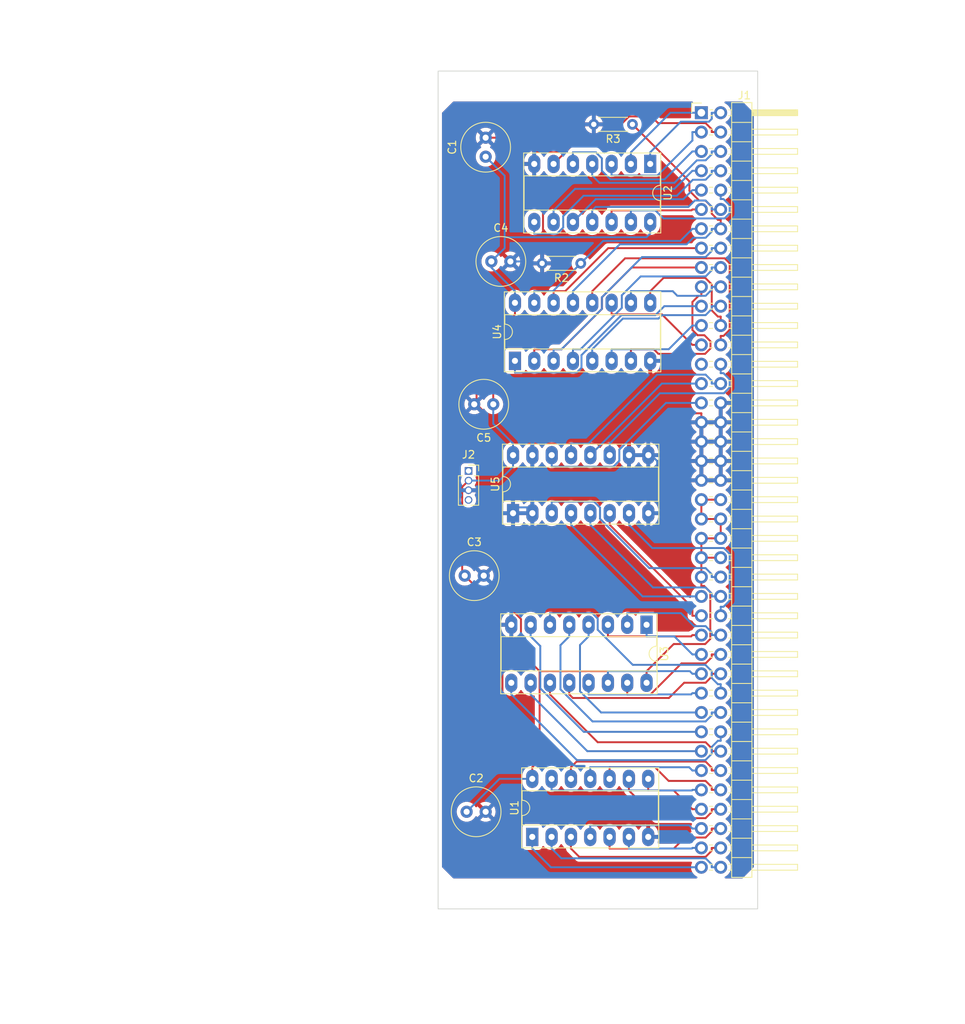
<source format=kicad_pcb>
(kicad_pcb (version 20211014) (generator pcbnew)
  (layers (0 "F.Cu" signal) (31 "B.Cu" signal) (34 "B.Paste" user) (35 "F.Paste" user) (36 "B.SilkS" user "B.Silkscreen") (37 "F.SilkS" user "F.Silkscreen") (38 "B.Mask" user) (39 "F.Mask" user) (44 "Edge.Cuts" user))
  (net 0 "")
  (net 1 "GND")
  (net 2 "Net-(J1-Pad10)")
  (net 3 "Net-(J1-Pad11)")
  (net 4 "+5V")
  (net 5 "Net-(J1-Pad12)")
  (net 6 "Net-(J1-Pad64)")
  (net 7 "Net-(J1-Pad66)")
  (net 8 "Net-(J1-Pad70)")
  (net 9 "Net-(J1-Pad71)")
  (net 10 "+12V")
  (net 11 "-12V")
  (net 12 "Net-(J1-Pad1)")
  (net 13 "Net-(J1-Pad2)")
  (net 14 "Net-(J1-Pad3)")
  (net 15 "Net-(J1-Pad4)")
  (net 16 "Net-(J1-Pad5)")
  (net 17 "Net-(J1-Pad6)")
  (net 18 "Net-(J1-Pad7)")
  (net 19 "Net-(J1-Pad8)")
  (net 20 "Net-(J1-Pad9)")
  (net 21 "Net-(R2-Pad1)")
  (net 22 "Net-(R3-Pad1)")
  (net 23 "Net-(U4-Pad14)")
  (net 24 "Net-(U4-Pad3)")
  (net 25 "Net-(U4-Pad2)")
  (net 26 "Net-(U4-Pad4)")
  (net 27 "Net-(U4-Pad7)")
  (net 28 "Net-(U4-Pad10)")
  (net 29 "Net-(U4-Pad1)")
  (net 30 "Net-(U4-Pad5)")
  (net 31 "Net-(U4-Pad6)")
  (net 32 "Net-(U4-Pad9)")
  (net 33 "Net-(U4-Pad11)")
  (net 34 "Net-(U4-Pad12)")
  (net 36 "Net-(U5-Pad11)")
  (net 37 "Net-(U5-Pad12)")
  (net 38 "Net-(U5-Pad13)")
  (net 39 "Net-(U5-Pad14)")
  (net 40 "Net-(U5-Pad3)")
  (net 41 "Net-(U5-Pad4)")
  (net 42 "Net-(U5-Pad5)")
  (net 43 "Net-(U5-Pad6)")
  (net 44 "Net-(U5-Pad7)")
  (net 45 "Net-(U3-Pad3)")
  (net 46 "Net-(U3-Pad2)")
  (net 47 "Net-(U3-Pad1)")
  (net 48 "Net-(U3-Pad15)")
  (net 49 "Net-(U3-Pad14)")
  (net 50 "Net-(U3-Pad12)")
  (net 51 "Net-(U3-Pad13)")
  (net 52 "Net-(U3-Pad6)")
  (net 53 "Net-(U3-Pad4)")
  (net 54 "Net-(U3-Pad7)")
  (net 55 "Net-(J1-Pad67)")
  (net 56 "Net-(U3-Pad11)")
  (net 57 "Net-(U1-Pad11)")
  (net 58 "Net-(J1-Pad72)")
  (net 59 "Net-(J1-Pad73)")
  (net 60 "Net-(J1-Pad74)")
  (net 61 "Net-(J1-Pad75)")
  (net 62 "Net-(J1-Pad76)")
  (net 63 "Net-(J1-Pad77)")
  (net 64 "Net-(J1-Pad78)")
  (net 65 "Net-(J1-Pad79)")
  (net 66 "Net-(J1-Pad80)")
  (footprint "Resistor_THT:R_Axial_DIN0204_L3.6mm_D1.6mm_P5.08mm_Horizontal" (layer "F.Cu") (at 230.5 59.75 180)
    (fp_text reference "R2")
    (fp_text value "1k")
  )
  (footprint "Capacitor_THT:C_Radial_D6.3mm_H5.0mm_P2.50mm" (layer "F.Cu") (at 218.75 59.5)
    (fp_text reference "C4")
    (fp_text value "C")
  )
  (footprint "Package_DIP:DIP-14_W7.62mm_Socket_LongPads" (layer "F.Cu") (at 224.125 135.05 90)
    (fp_text reference "U1")
    (fp_text value "4001")
  )
  (footprint "Capacitor_THT:C_Radial_D6.3mm_H5.0mm_P2.50mm" (layer "F.Cu") (at 219 78.25 180)
    (fp_text reference "C5")
    (fp_text value "C")
  )
  (footprint "Package_DIP:DIP-16_W7.62mm_Socket_LongPads" (layer "F.Cu") (at 221.85 72.55 90)
    (fp_text reference "U4")
    (fp_text value "4017")
  )
  (footprint "Connector_PinHeader_2.54mm:PinHeader_2x40_P2.54mm_Horizontal" (layer "F.Cu") (at 246.35 39.975)
    (fp_text reference "J1")
    (fp_text value "Conn_02x40_Counter_Clockwise")
  )
  (footprint "Package_DIP:DIP-16_W7.62mm_Socket_LongPads" (layer "F.Cu") (at 221.6 92.55 90)
    (fp_text reference "U5")
    (fp_text value "4076")
  )
  (footprint "Capacitor_THT:C_Radial_D6.3mm_H5.0mm_P2.50mm" (layer "F.Cu") (at 215.25 100.75)
    (fp_text reference "C3")
    (fp_text value "C")
  )
  (footprint "Resistor_THT:R_Axial_DIN0204_L3.6mm_D1.6mm_P5.08mm_Horizontal" (layer "F.Cu") (at 237.29 41.5 180)
    (fp_text reference "R3")
    (fp_text value "1k")
  )
  (footprint "Capacitor_THT:C_Radial_D6.3mm_H5.0mm_P2.50mm" (layer "F.Cu") (at 215.5 131.75)
    (fp_text reference "C2")
    (fp_text value "C")
  )
  (footprint "Connector_PinSocket_1.27mm:PinSocket_1x04_P1.27mm_Vertical" (layer "F.Cu") (at 215.75 87)
    (fp_text reference "J2")
    (fp_text value "Conn_01x04_Female")
  )
  (footprint "Package_DIP:DIP-16_W7.62mm_Socket_LongPads" (layer "F.Cu") (at 239.15 107.2 -90)
    (fp_text reference "U3")
    (fp_text value "4020")
  )
  (footprint "Package_DIP:DIP-14_W7.62mm_Socket_LongPads" (layer "F.Cu") (at 239.625 46.7 -90)
    (fp_text reference "U2")
    (fp_text value "4011")
  )
  (footprint "Capacitor_THT:C_Radial_D6.3mm_H5.0mm_P2.50mm" (layer "F.Cu") (at 218 45.75 90)
    (fp_text reference "C1")
    (fp_text value "C")
  )
  (gr_rect (start 253.75 34.5) (end 211.75 144.5) (layer "Edge.Cuts") (width 0.1) (fill none))
  (segment (start 216.8068 78.25) (end 216.8068 63.9432) (width 0.25) (layer "F.Cu") (net 1))
  (segment (start 236.84 84.93) (end 236.84 83.4047) (width 0.25) (layer "F.Cu") (net 1))
  (segment (start 224.385 46.7) (end 224.385 45.2873) (width 0.25) (layer "F.Cu") (net 1))
  (segment (start 224.14 84.93) (end 224.14 83.5173) (width 0.25) (layer "F.Cu") (net 1))
  (segment (start 246.35 80.615) (end 246.35 79.4397) (width 0.25) (layer "F.Cu") (net 1))
  (segment (start 246.35 88.235) (end 246.35 85.695) (width 0.25) (layer "F.Cu") (net 1))
  (segment (start 232.21 41.5) (end 231.1847 41.5) (width 0.25) (layer "F.Cu") (net 1))
  (segment (start 246.35 85.695) (end 246.35 83.155) (width 0.25) (layer "F.Cu") (net 1))
  (segment (start 220.2116 130.4749) (end 236.3152 130.4749) (width 0.25) (layer "F.Cu") (net 1))
  (segment (start 220.2116 109.8837) (end 220.2116 130.4749) (width 0.25) (layer "F.Cu") (net 1))
  (segment (start 224.385 45.1748) (end 222.4602 43.25) (width 0.25) (layer "F.Cu") (net 1))
  (segment (start 225.42 59.75) (end 225.42 58.7247) (width 0.25) (layer "F.Cu") (net 1))
  (segment (start 219.2751 130.4749) (end 220.2116 130.4749) (width 0.25) (layer "F.Cu") (net 1))
  (segment (start 224.385 47.1335) (end 224.385 48.2253) (width 0.25) (layer "F.Cu") (net 1))
  (segment (start 224.385 47.1335) (end 224.385 46.7) (width 0.25) (layer "F.Cu") (net 1))
  (segment (start 246.35 83.155) (end 246.35 80.615) (width 0.25) (layer "F.Cu") (net 1))
  (segment (start 222.4602 43.25) (end 218 43.25) (width 0.25) (layer "F.Cu") (net 1))
  (segment (start 248.89 85.695) (end 248.89 88.235) (width 0.25) (layer "F.Cu") (net 1))
  (segment (start 221.37 107.2) (end 221.37 108.7253) (width 0.25) (layer "F.Cu") (net 1))
  (segment (start 236.3152 130.4749) (end 239.365 133.5247) (width 0.25) (layer "F.Cu") (net 1))
  (segment (start 248.89 83.155) (end 248.89 80.615) (width 0.25) (layer "F.Cu") (net 1))
  (segment (start 248.89 80.615) (end 248.89 78.075) (width 0.25) (layer "F.Cu") (net 1))
  (segment (start 216.5 78.25) (end 216.8068 78.25) (width 0.25) (layer "F.Cu") (net 1))
  (segment (start 224.14 83.4047) (end 236.84 83.4047) (width 0.25) (layer "F.Cu") (net 1))
  (segment (start 224.385 48.2253) (end 225.5375 49.3778) (width 0.25) (layer "F.Cu") (net 1))
  (segment (start 218 131.75) (end 219.2751 130.4749) (width 0.25) (layer "F.Cu") (net 1))
  (segment (start 221.9615 83.4047) (end 224.14 83.4047) (width 0.25) (layer "F.Cu") (net 1))
  (segment (start 227.51 45.1747) (end 231.1847 41.5) (width 0.25) (layer "F.Cu") (net 1))
  (segment (start 224.14 83.5173) (end 224.14 83.4047) (width 0.25) (layer "F.Cu") (net 1))
  (segment (start 239.365 135.05) (end 239.365 133.5247) (width 0.25) (layer "F.Cu") (net 1))
  (segment (start 224.385 45.1747) (end 227.51 45.1747) (width 0.25) (layer "F.Cu") (net 1))
  (segment (start 239.63 72.55) (end 239.63 74.0753) (width 0.25) (layer "F.Cu") (net 1))
  (segment (start 224.385 45.1748) (end 224.385 45.1747) (width 0.25) (layer "F.Cu") (net 1))
  (segment (start 248.89 83.155) (end 248.89 85.695) (width 0.25) (layer "F.Cu") (net 1))
  (segment (start 224.385 45.2873) (end 224.385 45.1748) (width 0.25) (layer "F.Cu") (net 1))
  (segment (start 221.37 108.7253) (end 220.2116 109.8837) (width 0.25) (layer "F.Cu") (net 1))
  (segment (start 244.9944 79.4397) (end 239.63 74.0753) (width 0.25) (layer "F.Cu") (net 1))
  (segment (start 225.5375 58.6072) (end 225.42 58.7247) (width 0.25) (layer "F.Cu") (net 1))
  (segment (start 225.5375 49.3778) (end 225.5375 58.6072) (width 0.25) (layer "F.Cu") (net 1))
  (segment (start 246.35 79.4397) (end 244.9944 79.4397) (width 0.25) (layer "F.Cu") (net 1))
  (segment (start 216.8068 63.9432) (end 221.25 59.5) (width 0.25) (layer "F.Cu") (net 1))
  (segment (start 216.8068 78.25) (end 221.9615 83.4047) (width 0.25) (layer "F.Cu") (net 1))
  (segment (start 221.6 92.55) (end 221.6 91.7873) (width 0.25) (layer "B.Cu") (net 1))
  (segment (start 221.37 104.37) (end 221.37 107.2) (width 0.25) (layer "B.Cu") (net 1))
  (segment (start 221.6 91.0247) (end 220.5853 90.01) (width 0.25) (layer "B.Cu") (net 1))
  (segment (start 246.35 85.695) (end 245.1747 85.695) (width 0.25) (layer "B.Cu") (net 1))
  (segment (start 248.89 85.695) (end 246.35 85.695) (width 0.25) (layer "B.Cu") (net 1))
  (segment (start 224.14 84.93) (end 224.14 86.4553) (width 0.25) (layer "B.Cu") (net 1))
  (segment (start 217.75 100.75) (end 221.37 104.37) (width 0.25) (layer "B.Cu") (net 1))
  (segment (start 217.0453 90.01) (end 216.5753 89.54) (width 0.25) (layer "B.Cu") (net 1))
  (segment (start 224.1447 59.5) (end 224.3947 59.75) (width 0.25) (layer "B.Cu") (net 1))
  (segment (start 221.6 91.7873) (end 223.3773 91.7873) (width 0.25) (layer "B.Cu") (net 1))
  (segment (start 221.6 91.7873) (end 221.6 91.0247) (width 0.25) (layer "B.Cu") (net 1))
  (segment (start 223.3773 91.7873) (end 224.14 92.55) (width 0.25) (layer "B.Cu") (net 1))
  (segment (start 221.25 59.5) (end 224.1447 59.5) (width 0.25) (layer "B.Cu") (net 1))
  (segment (start 225.42 59.75) (end 224.3947 59.75) (width 0.25) (layer "B.Cu") (net 1))
  (segment (start 215.75 89.54) (end 216.5753 89.54) (width 0.25) (layer "B.Cu") (net 1))
  (segment (start 240.5346 85.695) (end 245.1747 85.695) (width 0.25) (layer "B.Cu") (net 1))
  (segment (start 240.5346 85.695) (end 240.5346 89.8701) (width 0.25) (layer "B.Cu") (net 1))
  (segment (start 220.5853 90.01) (end 217.0453 90.01) (width 0.25) (layer "B.Cu") (net 1))
  (segment (start 239.38 92.55) (end 239.38 91.0247) (width 0.25) (layer "B.Cu") (net 1))
  (segment (start 239.38 84.93) (end 239.7696 84.93) (width 0.25) (layer "B.Cu") (net 1))
  (segment (start 221.6 96.9) (end 221.6 92.55) (width 0.25) (layer "B.Cu") (net 1))
  (segment (start 240.5346 89.8701) (end 239.38 91.0247) (width 0.25) (layer "B.Cu") (net 1))
  (segment (start 224.14 86.4553) (end 220.5853 90.01) (width 0.25) (layer "B.Cu") (net 1))
  (segment (start 217.75 100.75) (end 221.6 96.9) (width 0.25) (layer "B.Cu") (net 1))
  (segment (start 239.7696 84.93) (end 240.5346 85.695) (width 0.25) (layer "B.Cu") (net 1))
  (segment (start 236.84 84.93) (end 239.38 84.93) (width 0.25) (layer "B.Cu") (net 1))
  (segment (start 237.085 52.7947) (end 240.3 52.7947) (width 0.25) (layer "B.Cu") (net 2))
  (segment (start 249.4007 53.8551) (end 250.0653 53.1905) (width 0.25) (layer "B.Cu") (net 2))
  (segment (start 250.0653 53.1905) (end 250.0653 52.1182) (width 0.25) (layer "B.Cu") (net 2))
  (segment (start 250.0653 52.1182) (end 249.2574 51.3103) (width 0.25) (layer "B.Cu") (net 2))
  (segment (start 237.085 54.32) (end 237.085 52.7947) (width 0.25) (layer "B.Cu") (net 2))
  (segment (start 249.2574 51.3103) (end 248.89 51.3103) (width 0.25) (layer "B.Cu") (net 2))
  (segment (start 240.3 52.7947) (end 241.3604 53.8551) (width 0.25) (layer "B.Cu") (net 2))
  (segment (start 241.3604 53.8551) (end 249.4007 53.8551) (width 0.25) (layer "B.Cu") (net 2))
  (segment (start 248.89 50.135) (end 248.89 51.3103) (width 0.25) (layer "B.Cu") (net 2))
  (segment (start 234.545 52.7947) (end 245.055 52.7947) (width 0.25) (layer "F.Cu") (net 3))
  (segment (start 246.35 52.675) (end 245.1747 52.675) (width 0.25) (layer "F.Cu") (net 3))
  (segment (start 245.055 52.7947) (end 245.1747 52.675) (width 0.25) (layer "F.Cu") (net 3))
  (segment (start 234.545 54.32) (end 234.545 52.7947) (width 0.25) (layer "F.Cu") (net 3))
  (segment (start 225.0916 113.2947) (end 225.0916 124.9381) (width 0.25) (layer "F.Cu") (net 4))
  (segment (start 214.9205 89.0995) (end 214.9205 100.4205) (width 0.25) (layer "F.Cu") (net 4))
  (segment (start 221.85 64.93) (end 221.85 66.4553) (width 0.25) (layer "F.Cu") (net 4))
  (segment (start 246.35 93.315) (end 247.5253 93.315) (width 0.25) (layer "F.Cu") (net 4))
  (segment (start 246.35 95.855) (end 247.7147 95.855) (width 0.25) (layer "F.Cu") (net 4))
  (segment (start 222.64 106.446) (end 222.64 110.8431) (width 0.25) (layer "F.Cu") (net 4))
  (segment (start 246.35 100.935) (end 246.35 98.395) (width 0.25) (layer "F.Cu") (net 4))
  (segment (start 246.35 98.395) (end 247.7147 98.395) (width 0.25) (layer "F.Cu") (net 4))
  (segment (start 246.35 100.935) (end 246.35 102.1103) (width 0.25) (layer "F.Cu") (net 4))
  (segment (start 218.4998 102.3058) (end 222.64 106.446) (width 0.25) (layer "F.Cu") (net 4))
  (segment (start 239.15 113.2947) (end 242.7143 109.7304) (width 0.25) (layer "F.Cu") (net 4))
  (segment (start 224.125 127.43) (end 224.125 125.9047) (width 0.25) (layer "F.Cu") (net 4))
  (segment (start 246.8535 109.7304) (end 247.5253 109.0586) (width 0.25) (layer "F.Cu") (net 4))
  (segment (start 225.0916 113.2947) (end 239.15 113.2947) (width 0.25) (layer "F.Cu") (net 4))
  (segment (start 219 78.25) (end 219 69.3053) (width 0.25) (layer "F.Cu") (net 4))
  (segment (start 248.89 93.315) (end 247.5253 93.315) (width 0.25) (layer "F.Cu") (net 4))
  (segment (start 242.7143 109.7304) (end 246.8535 109.7304) (width 0.25) (layer "F.Cu") (net 4))
  (segment (start 248.89 98.395) (end 247.7147 98.395) (width 0.25) (layer "F.Cu") (net 4))
  (segment (start 246.35 93.315) (end 246.35 90.775) (width 0.25) (layer "F.Cu") (net 4))
  (segment (start 216.8058 102.3058) (end 218.4998 102.3058) (width 0.25) (layer "F.Cu") (net 4))
  (segment (start 222.64 110.8431) (end 225.0916 113.2947) (width 0.25) (layer "F.Cu") (net 4))
  (segment (start 248.89 95.855) (end 247.7147 95.855) (width 0.25) (layer "F.Cu") (net 4))
  (segment (start 248.89 95.855) (end 248.89 93.315) (width 0.25) (layer "F.Cu") (net 4))
  (segment (start 246.35 98.395) (end 246.35 95.855) (width 0.25) (layer "F.Cu") (net 4))
  (segment (start 248.89 90.775) (end 247.7147 90.775) (width 0.25) (layer "F.Cu") (net 4))
  (segment (start 214.9205 100.4205) (end 215.25 100.75) (width 0.25) (layer "F.Cu") (net 4))
  (segment (start 239.15 114.82) (end 239.15 113.2947) (width 0.25) (layer "F.Cu") (net 4))
  (segment (start 246.7174 102.1103) (end 246.35 102.1103) (width 0.25) (layer "F.Cu") (net 4))
  (segment (start 247.5253 109.0586) (end 247.5253 102.9182) (width 0.25) (layer "F.Cu") (net 4))
  (segment (start 215.75 88.27) (end 214.9205 89.0995) (width 0.25) (layer "F.Cu") (net 4))
  (segment (start 219 69.3053) (end 221.85 66.4553) (width 0.25) (layer "F.Cu") (net 4))
  (segment (start 247.5253 102.9182) (end 246.7174 102.1103) (width 0.25) (layer "F.Cu") (net 4))
  (segment (start 215.25 100.75) (end 216.8058 102.3058) (width 0.25) (layer "F.Cu") (net 4))
  (segment (start 246.35 90.775) (end 247.7147 90.775) (width 0.25) (layer "F.Cu") (net 4))
  (segment (start 225.0916 124.9381) (end 224.125 125.9047) (width 0.25) (layer "F.Cu") (net 4))
  (segment (start 219.82 127.43) (end 215.5 131.75) (width 0.25) (layer "B.Cu") (net 4))
  (segment (start 221.6 84.93) (end 221.6 83.4047) (width 0.25) (layer "B.Cu") (net 4))
  (segment (start 215.75 88.27) (end 219.7853 88.27) (width 0.25) (layer "B.Cu") (net 4))
  (segment (start 224.125 127.43) (end 219.82 127.43) (width 0.25) (layer "B.Cu") (net 4))
  (segment (start 220.499 56.3217) (end 239.1486 56.3217) (width 0.25) (layer "B.Cu") (net 4))
  (segment (start 221.6 84.93) (end 221.6 86.4553) (width 0.25) (layer "B.Cu") (net 4))
  (segment (start 221.85 64.93) (end 221.85 63.4047) (width 0.25) (layer "B.Cu") (net 4))
  (segment (start 219.7853 88.27) (end 221.6 86.4553) (width 0.25) (layer "B.Cu") (net 4))
  (segment (start 220.499 57.751) (end 220.499 56.3217) (width 0.25) (layer "B.Cu") (net 4))
  (segment (start 239.1486 56.3217) (end 239.625 55.8453) (width 0.25) (layer "B.Cu") (net 4))
  (segment (start 219 80.8047) (end 221.6 83.4047) (width 0.25) (layer "B.Cu") (net 4))
  (segment (start 218.75 60.3047) (end 218.75 59.5) (width 0.25) (layer "B.Cu") (net 4))
  (segment (start 218.75 59.5) (end 220.499 57.751) (width 0.25) (layer "B.Cu") (net 4))
  (segment (start 221.85 63.4047) (end 218.75 60.3047) (width 0.25) (layer "B.Cu") (net 4))
  (segment (start 220.499 56.3217) (end 220.499 48.249) (width 0.25) (layer "B.Cu") (net 4))
  (segment (start 220.499 48.249) (end 218 45.75) (width 0.25) (layer "B.Cu") (net 4))
  (segment (start 219 78.25) (end 219 80.8047) (width 0.25) (layer "B.Cu") (net 4))
  (segment (start 239.625 54.32) (end 239.625 55.8453) (width 0.25) (layer "B.Cu") (net 4))
  (segment (start 247.7147 52.675) (end 247.7147 52.3076) (width 0.25) (layer "B.Cu") (net 5))
  (segment (start 232.4553 52.3444) (end 232.005 52.7947) (width 0.25) (layer "B.Cu") (net 5))
  (segment (start 246.9068 51.4997) (end 245.4896 51.4997) (width 0.25) (layer "B.Cu") (net 5))
  (segment (start 247.7147 52.3076) (end 246.9068 51.4997) (width 0.25) (layer "B.Cu") (net 5))
  (segment (start 244.6449 52.3444) (end 232.4553 52.3444) (width 0.25) (layer "B.Cu") (net 5))
  (segment (start 245.4896 51.4997) (end 244.6449 52.3444) (width 0.25) (layer "B.Cu") (net 5))
  (segment (start 248.89 52.675) (end 247.7147 52.675) (width 0.25) (layer "B.Cu") (net 5))
  (segment (start 232.005 54.32) (end 232.005 52.7947) (width 0.25) (layer "B.Cu") (net 5))
  (segment (start 227.8319 109.8834) (end 227.8319 115.6773) (width 0.25) (layer "B.Cu") (net 6))
  (segment (start 228.99 108.7253) (end 227.8319 109.8834) (width 0.25) (layer "B.Cu") (net 6))
  (segment (start 248.89 118.715) (end 247.7147 118.715) (width 0.25) (layer "B.Cu") (net 6))
  (segment (start 227.8319 115.6773) (end 232.0449 119.8903) (width 0.25) (layer "B.Cu") (net 6))
  (segment (start 232.0449 119.8903) (end 246.9068 119.8903) (width 0.25) (layer "B.Cu") (net 6))
  (segment (start 247.7147 119.0824) (end 247.7147 118.715) (width 0.25) (layer "B.Cu") (net 6))
  (segment (start 246.9068 119.8903) (end 247.7147 119.0824) (width 0.25) (layer "B.Cu") (net 6))
  (segment (start 228.99 107.2) (end 228.99 108.7253) (width 0.25) (layer "B.Cu") (net 6))
  (segment (start 248.5226 122.4303) (end 248.89 122.4303) (width 0.25) (layer "B.Cu") (net 7))
  (segment (start 246.8756 124.9704) (end 247.7147 124.1313) (width 0.25) (layer "B.Cu") (net 7))
  (segment (start 221.37 114.82) (end 221.37 116.3453) (width 0.25) (layer "B.Cu") (net 7))
  (segment (start 247.7147 123.2382) (end 248.5226 122.4303) (width 0.25) (layer "B.Cu") (net 7))
  (segment (start 247.7147 124.1313) (end 247.7147 123.2382) (width 0.25) (layer "B.Cu") (net 7))
  (segment (start 248.89 121.255) (end 248.89 122.4303) (width 0.25) (layer "B.Cu") (net 7))
  (segment (start 221.37 116.3453) (end 229.9951 124.9704) (width 0.25) (layer "B.Cu") (net 7))
  (segment (start 229.9951 124.9704) (end 246.8756 124.9704) (width 0.25) (layer "B.Cu") (net 7))
  (segment (start 229.205 127.43) (end 229.205 125.9047) (width 0.25) (layer "F.Cu") (net 8))
  (segment (start 229.95 125.1597) (end 246.9068 125.1597) (width 0.25) (layer "F.Cu") (net 8))
  (segment (start 246.9068 125.1597) (end 247.7147 125.9676) (width 0.25) (layer "F.Cu") (net 8))
  (segment (start 248.89 126.335) (end 247.7147 126.335) (width 0.25) (layer "F.Cu") (net 8))
  (segment (start 229.205 125.9047) (end 229.95 125.1597) (width 0.25) (layer "F.Cu") (net 8))
  (segment (start 247.7147 125.9676) (end 247.7147 126.335) (width 0.25) (layer "F.Cu") (net 8))
  (segment (start 226.665 127.43) (end 226.665 128.9553) (width 0.25) (layer "B.Cu") (net 9))
  (segment (start 246.35 128.875) (end 245.1747 128.875) (width 0.25) (layer "B.Cu") (net 9))
  (segment (start 245.0944 128.9553) (end 245.1747 128.875) (width 0.25) (layer "B.Cu") (net 9))
  (segment (start 226.665 128.9553) (end 245.0944 128.9553) (width 0.25) (layer "B.Cu") (net 9))
  (segment (start 237.085 45.1747) (end 242.2847 39.975) (width 0.25) (layer "B.Cu") (net 12))
  (segment (start 242.2847 39.975) (end 246.35 39.975) (width 0.25) (layer "B.Cu") (net 12))
  (segment (start 237.085 46.7) (end 237.085 45.1747) (width 0.25) (layer "B.Cu") (net 12))
  (segment (start 248.89 39.975) (end 247.7147 39.975) (width 0.25) (layer "B.Cu") (net 13))
  (segment (start 247.7147 40.7831) (end 247.7147 39.975) (width 0.25) (layer "B.Cu") (net 13))
  (segment (start 239.625 45.1747) (end 243.6494 41.1503) (width 0.25) (layer "B.Cu") (net 13))
  (segment (start 243.6494 41.1503) (end 247.3475 41.1503) (width 0.25) (layer "B.Cu") (net 13))
  (segment (start 239.625 46.7) (end 239.625 45.1747) (width 0.25) (layer "B.Cu") (net 13))
  (segment (start 247.3475 41.1503) (end 247.7147 40.7831) (width 0.25) (layer "B.Cu") (net 13))
  (segment (start 245.1747 43.6168) (end 245.1747 42.515) (width 0.25) (layer "B.Cu") (net 14))
  (segment (start 246.35 42.515) (end 245.1747 42.515) (width 0.25) (layer "B.Cu") (net 14))
  (segment (start 240.5662 48.2253) (end 245.1747 43.6168) (width 0.25) (layer "B.Cu") (net 14))
  (segment (start 234.545 46.7) (end 234.545 48.2253) (width 0.25) (layer "B.Cu") (net 14))
  (segment (start 234.545 48.2253) (end 240.5662 48.2253) (width 0.25) (layer "B.Cu") (net 14))
  (segment (start 229.6932 43.9318) (end 233.3758 43.9318) (width 0.25) (layer "F.Cu") (net 15))
  (segment (start 240.6629 41.3397) (end 246.9068 41.3397) (width 0.25) (layer "F.Cu") (net 15))
  (segment (start 233.3758 43.9318) (end 236.8468 40.4608) (width 0.25) (layer "F.Cu") (net 15))
  (segment (start 247.7147 42.1476) (end 247.7147 42.515) (width 0.25) (layer "F.Cu") (net 15))
  (segment (start 226.925 46.7) (end 229.6932 43.9318) (width 0.25) (layer "F.Cu") (net 15))
  (segment (start 236.8468 40.4608) (end 239.784 40.4608) (width 0.25) (layer "F.Cu") (net 15))
  (segment (start 246.9068 41.3397) (end 247.7147 42.1476) (width 0.25) (layer "F.Cu") (net 15))
  (segment (start 248.89 42.515) (end 247.7147 42.515) (width 0.25) (layer "F.Cu") (net 15))
  (segment (start 239.784 40.4608) (end 240.6629 41.3397) (width 0.25) (layer "F.Cu") (net 15))
  (segment (start 229.465 46.7) (end 229.465 45.1747) (width 0.25) (layer "B.Cu") (net 16))
  (segment (start 229.465 45.1747) (end 232.4836 45.1747) (width 0.25) (layer "B.Cu") (net 16))
  (segment (start 241.5031 48.7266) (end 245.1747 45.055) (width 0.25) (layer "B.Cu") (net 16))
  (segment (start 234.4019 48.7266) (end 241.5031 48.7266) (width 0.25) (layer "B.Cu") (net 16))
  (segment (start 233.275 45.9661) (end 233.275 47.5997) (width 0.25) (layer "B.Cu") (net 16))
  (segment (start 246.35 45.055) (end 245.1747 45.055) (width 0.25) (layer "B.Cu") (net 16))
  (segment (start 233.275 47.5997) (end 234.4019 48.7266) (width 0.25) (layer "B.Cu") (net 16))
  (segment (start 232.4836 45.1747) (end 233.275 45.9661) (width 0.25) (layer "B.Cu") (net 16))
  (segment (start 242.8093 49.1769) (end 245.7559 46.2303) (width 0.25) (layer "B.Cu") (net 17))
  (segment (start 232.005 46.7) (end 232.005 48.2253) (width 0.25) (layer "B.Cu") (net 17))
  (segment (start 246.9068 46.2303) (end 247.7147 45.4224) (width 0.25) (layer "B.Cu") (net 17))
  (segment (start 248.89 45.055) (end 247.7147 45.055) (width 0.25) (layer "B.Cu") (net 17))
  (segment (start 245.7559 46.2303) (end 246.9068 46.2303) (width 0.25) (layer "B.Cu") (net 17))
  (segment (start 247.7147 45.4224) (end 247.7147 45.055) (width 0.25) (layer "B.Cu") (net 17))
  (segment (start 232.9566 49.1769) (end 242.8093 49.1769) (width 0.25) (layer "B.Cu") (net 17))
  (segment (start 232.005 48.2253) (end 232.9566 49.1769) (width 0.25) (layer "B.Cu") (net 17))
  (segment (start 245.1747 47.595) (end 242.7965 49.9732) (width 0.25) (layer "B.Cu") (net 18))
  (segment (start 246.35 47.595) (end 245.1747 47.595) (width 0.25) (layer "B.Cu") (net 18))
  (segment (start 226.925 54.32) (end 226.925 52.7947) (width 0.25) (layer "B.Cu") (net 18))
  (segment (start 242.7965 49.9732) (end 229.7465 49.9732) (width 0.25) (layer "B.Cu") (net 18))
  (segment (start 229.7465 49.9732) (end 226.925 52.7947) (width 0.25) (layer "B.Cu") (net 18))
  (segment (start 224.385 54.32) (end 224.385 55.8453) (width 0.25) (layer "B.Cu") (net 19))
  (segment (start 246.9068 48.7703) (end 245.2405 48.7703) (width 0.25) (layer "B.Cu") (net 19))
  (segment (start 228.195 53.5467) (end 228.195 55.049) (width 0.25) (layer "B.Cu") (net 19))
  (segment (start 243.1371 50.8737) (end 230.868 50.8737) (width 0.25) (layer "B.Cu") (net 19))
  (segment (start 247.7147 47.9624) (end 246.9068 48.7703) (width 0.25) (layer "B.Cu") (net 19))
  (segment (start 227.3987 55.8453) (end 224.385 55.8453) (width 0.25) (layer "B.Cu") (net 19))
  (segment (start 247.7147 47.595) (end 247.7147 47.9624) (width 0.25) (layer "B.Cu") (net 19))
  (segment (start 228.195 55.049) (end 227.3987 55.8453) (width 0.25) (layer "B.Cu") (net 19))
  (segment (start 230.868 50.8737) (end 228.195 53.5467) (width 0.25) (layer "B.Cu") (net 19))
  (segment (start 248.89 47.595) (end 247.7147 47.595) (width 0.25) (layer "B.Cu") (net 19))
  (segment (start 245.2405 48.7703) (end 243.1371 50.8737) (width 0.25) (layer "B.Cu") (net 19))
  (segment (start 246.35 50.135) (end 245.1747 50.135) (width 0.25) (layer "B.Cu") (net 20))
  (segment (start 243.9856 51.3241) (end 232.4609 51.3241) (width 0.25) (layer "B.Cu") (net 20))
  (segment (start 232.4609 51.3241) (end 229.465 54.32) (width 0.25) (layer "B.Cu") (net 20))
  (segment (start 245.1747 50.135) (end 243.9856 51.3241) (width 0.25) (layer "B.Cu") (net 20))
  (segment (start 245.1747 55.215) (end 243.5848 56.8049) (width 0.25) (layer "B.Cu") (net 21))
  (segment (start 224.39 64.93) (end 224.39 63.4047) (width 0.25) (layer "B.Cu") (net 21))
  (segment (start 226.8453 63.4047) (end 230.5 59.75) (width 0.25) (layer "B.Cu") (net 21))
  (segment (start 233.4451 56.8049) (end 230.5 59.75) (width 0.25) (layer "B.Cu") (net 21))
  (segment (start 246.35 55.215) (end 245.1747 55.215) (width 0.25) (layer "B.Cu") (net 21))
  (segment (start 224.39 63.4047) (end 226.8453 63.4047) (width 0.25) (layer "B.Cu") (net 21))
  (segment (start 243.5848 56.8049) (end 233.4451 56.8049) (width 0.25) (layer "B.Cu") (net 21))
  (segment (start 248.89 55.215) (end 248.89 54.0397) (width 0.25) (layer "F.Cu") (net 22))
  (segment (start 246.0521 51.4996) (end 246.8756 51.4996) (width 0.25) (layer "F.Cu") (net 22))
  (segment (start 244.781 48.991) (end 244.781 50.2285) (width 0.25) (layer "F.Cu") (net 22))
  (segment (start 247.7147 52.3387) (end 247.7147 53.2318) (width 0.25) (layer "F.Cu") (net 22))
  (segment (start 247.7147 53.2318) (end 248.5226 54.0397) (width 0.25) (layer "F.Cu") (net 22))
  (segment (start 237.29 41.5) (end 244.781 48.991) (width 0.25) (layer "F.Cu") (net 22))
  (segment (start 244.781 50.2285) (end 246.0521 51.4996) (width 0.25) (layer "F.Cu") (net 22))
  (segment (start 246.8756 51.4996) (end 247.7147 52.3387) (width 0.25) (layer "F.Cu") (net 22))
  (segment (start 248.5226 54.0397) (end 248.89 54.0397) (width 0.25) (layer "F.Cu") (net 22))
  (segment (start 246.9068 56.3903) (end 245.2693 56.3903) (width 0.25) (layer "B.Cu") (net 22))
  (segment (start 229.47 64.93) (end 229.47 63.4047) (width 0.25) (layer "B.Cu") (net 22))
  (segment (start 244.4043 57.2553) (end 235.6194 57.2553) (width 0.25) (layer "B.Cu") (net 22))
  (segment (start 247.7147 55.5824) (end 246.9068 56.3903) (width 0.25) (layer "B.Cu") (net 22))
  (segment (start 235.6194 57.2553) (end 229.47 63.4047) (width 0.25) (layer "B.Cu") (net 22))
  (segment (start 245.2693 56.3903) (end 244.4043 57.2553) (width 0.25) (layer "B.Cu") (net 22))
  (segment (start 248.89 55.215) (end 247.7147 55.215) (width 0.25) (layer "B.Cu") (net 22))
  (segment (start 247.7147 55.215) (end 247.7147 55.5824) (width 0.25) (layer "B.Cu") (net 22))
  (segment (start 234.105 57.755) (end 246.35 57.755) (width 0.25) (layer "F.Cu") (net 23))
  (segment (start 226.93 64.93) (end 226.93 63.4047) (width 0.25) (layer "F.Cu") (net 23))
  (segment (start 228.4553 63.4047) (end 234.105 57.755) (width 0.25) (layer "F.Cu") (net 23))
  (segment (start 226.93 63.4047) (end 228.4553 63.4047) (width 0.25) (layer "F.Cu") (net 23))
  (segment (start 246.9068 58.9303) (end 247.7147 58.1224) (width 0.25) (layer "B.Cu") (net 24))
  (segment (start 238.5503 58.9303) (end 246.9068 58.9303) (width 0.25) (layer "B.Cu") (net 24))
  (segment (start 233.28 65.7233) (end 233.28 64.2006) (width 0.25) (layer "B.Cu") (net 24))
  (segment (start 233.28 64.2006) (end 238.5503 58.9303) (width 0.25) (layer "B.Cu") (net 24))
  (segment (start 247.7147 58.1224) (end 247.7147 57.755) (width 0.25) (layer "B.Cu") (net 24))
  (segment (start 227.9786 71.0247) (end 233.28 65.7233) (width 0.25) (layer "B.Cu") (net 24))
  (segment (start 248.89 57.755) (end 247.7147 57.755) (width 0.25) (layer "B.Cu") (net 24))
  (segment (start 226.93 71.0247) (end 227.9786 71.0247) (width 0.25) (layer "B.Cu") (net 24))
  (segment (start 226.93 72.55) (end 226.93 71.0247) (width 0.25) (layer "B.Cu") (net 24))
  (segment (start 224.39 72.55) (end 224.39 71.0247) (width 0.25) (layer "F.Cu") (net 25))
  (segment (start 224.39 71.0247) (end 227.9962 71.0247) (width 0.25) (layer "F.Cu") (net 25))
  (segment (start 227.9962 71.0247) (end 233.28 65.7409) (width 0.25) (layer "F.Cu") (net 25))
  (segment (start 233.28 65.7409) (end 233.28 64.2077) (width 0.25) (layer "F.Cu") (net 25))
  (segment (start 237.1927 60.295) (end 246.35 60.295) (width 0.25) (layer "F.Cu") (net 25))
  (segment (start 233.28 64.2077) (end 237.1927 60.295) (width 0.25) (layer "F.Cu") (net 25))
  (segment (start 235.8939 63.944) (end 238.3676 61.4703) (width 0.25) (layer "B.Cu") (net 26))
  (segment (start 246.9068 61.4703) (end 247.7147 60.6624) (width 0.25) (layer "B.Cu") (net 26))
  (segment (start 247.7147 60.6624) (end 247.7147 60.295) (width 0.25) (layer "B.Cu") (net 26))
  (segment (start 230.4716 71.0247) (end 235.8939 65.6024) (width 0.25) (layer "B.Cu") (net 26))
  (segment (start 229.47 71.0247) (end 230.4716 71.0247) (width 0.25) (layer "B.Cu") (net 26))
  (segment (start 229.47 72.55) (end 229.47 71.0247) (width 0.25) (layer "B.Cu") (net 26))
  (segment (start 238.3676 61.4703) (end 246.9068 61.4703) (width 0.25) (layer "B.Cu") (net 26))
  (segment (start 248.89 60.295) (end 247.7147 60.295) (width 0.25) (layer "B.Cu") (net 26))
  (segment (start 235.8939 65.6024) (end 235.8939 63.944) (width 0.25) (layer "B.Cu") (net 26))
  (segment (start 245.1747 64.8182) (end 245.9826 64.0103) (width 0.25) (layer "F.Cu") (net 27))
  (segment (start 245.1747 68.4984) (end 245.1747 64.8182) (width 0.25) (layer "F.Cu") (net 27))
  (segment (start 245.8613 69.185) (end 245.1747 68.4984) (width 0.25) (layer "F.Cu") (net 27))
  (segment (start 240.0963 71.0247) (end 240.7027 71.6311) (width 0.25) (layer "F.Cu") (net 27))
  (segment (start 240.7027 71.6311) (end 246.8393 71.6311) (width 0.25) (layer "F.Cu") (net 27))
  (segment (start 247.5458 70.9246) (end 247.5458 69.9866) (width 0.25) (layer "F.Cu") (net 27))
  (segment (start 246.35 62.835) (end 246.35 64.0103) (width 0.25) (layer "F.Cu") (net 27))
  (segment (start 246.7442 69.185) (end 245.8613 69.185) (width 0.25) (layer "F.Cu") (net 27))
  (segment (start 247.5458 69.9866) (end 246.7442 69.185) (width 0.25) (layer "F.Cu") (net 27))
  (segment (start 237.09 72.55) (end 237.09 71.0247) (width 0.25) (layer "F.Cu") (net 27))
  (segment (start 245.9826 64.0103) (end 246.35 64.0103) (width 0.25) (layer "F.Cu") (net 27))
  (segment (start 237.09 71.0247) (end 240.0963 71.0247) (width 0.25) (layer "F.Cu") (net 27))
  (segment (start 246.8393 71.6311) (end 247.5458 70.9246) (width 0.25) (layer "F.Cu") (net 27))
  (segment (start 246.9068 64.0103) (end 247.7147 63.2024) (width 0.25) (layer "B.Cu") (net 28))
  (segment (start 242.591 63.4047) (end 243.1966 64.0103) (width 0.25) (layer "B.Cu") (net 28))
  (segment (start 237.09 64.93) (end 237.09 63.4047) (width 0.25) (layer "B.Cu") (net 28))
  (segment (start 248.89 62.835) (end 247.7147 62.835) (width 0.25) (layer "B.Cu") (net 28))
  (segment (start 237.09 63.4047) (end 242.591 63.4047) (width 0.25) (layer "B.Cu") (net 28))
  (segment (start 243.1966 64.0103) (end 246.9068 64.0103) (width 0.25) (layer "B.Cu") (net 28))
  (segment (start 247.7147 63.2024) (end 247.7147 62.835) (width 0.25) (layer "B.Cu") (net 28))
  (segment (start 241.4803 65.375) (end 246.35 65.375) (width 0.25) (layer "B.Cu") (net 29))
  (segment (start 230.5954 73.4609) (end 230.5954 71.8024) (width 0.25) (layer "B.Cu") (net 29))
  (segment (start 221.85 72.55) (end 221.85 74.0753) (width 0.25) (layer "B.Cu") (net 29))
  (segment (start 221.85 74.0753) (end 229.981 74.0753) (width 0.25) (layer "B.Cu") (net 29))
  (segment (start 235.8475 66.5503) (end 240.305 66.5503) (width 0.25) (layer "B.Cu") (net 29))
  (segment (start 240.305 66.5503) (end 241.4803 65.375) (width 0.25) (layer "B.Cu") (net 29))
  (segment (start 230.5954 71.8024) (end 235.8475 66.5503) (width 0.25) (layer "B.Cu") (net 29))
  (segment (start 229.981 74.0753) (end 230.5954 73.4609) (width 0.25) (layer "B.Cu") (net 29))
  (segment (start 232.01 71.0247) (end 236.0341 67.0006) (width 0.25) (layer "B.Cu") (net 30))
  (segment (start 236.0341 67.0006) (end 240.7169 67.0006) (width 0.25) (layer "B.Cu") (net 30))
  (segment (start 241.1672 66.5503) (end 246.9068 66.5503) (width 0.25) (layer "B.Cu") (net 30))
  (segment (start 247.7147 65.7424) (end 247.7147 65.375) (width 0.25) (layer "B.Cu") (net 30))
  (segment (start 248.89 65.375) (end 247.7147 65.375) (width 0.25) (layer "B.Cu") (net 30))
  (segment (start 232.01 72.55) (end 232.01 71.0247) (width 0.25) (layer "B.Cu") (net 30))
  (segment (start 240.7169 67.0006) (end 241.1672 66.5503) (width 0.25) (layer "B.Cu") (net 30))
  (segment (start 246.9068 66.5503) (end 247.7147 65.7424) (width 0.25) (layer "B.Cu") (net 30))
  (segment (start 234.55 71.0247) (end 242.065 71.0247) (width 0.25) (layer "B.Cu") (net 31))
  (segment (start 234.55 72.55) (end 234.55 71.0247) (width 0.25) (layer "B.Cu") (net 31))
  (segment (start 246.35 67.915) (end 245.1747 67.915) (width 0.25) (layer "B.Cu") (net 31))
  (segment (start 242.065 71.0247) (end 245.1747 67.915) (width 0.25) (layer "B.Cu") (net 31))
  (segment (start 246.8646 61.6596) (end 247.7147 62.5097) (width 0.25) (layer "F.Cu") (net 32))
  (segment (start 247.7147 65.9318) (end 248.5226 66.7397) (width 0.25) (layer "F.Cu") (net 32))
  (segment (start 248.89 67.915) (end 248.89 66.7397) (width 0.25) (layer "F.Cu") (net 32))
  (segment (start 247.7147 62.5097) (end 247.7147 65.9318) (width 0.25) (layer "F.Cu") (net 32))
  (segment (start 239.63 63.4047) (end 241.3751 61.6596) (width 0.25) (layer "F.Cu") (net 32))
  (segment (start 248.5226 66.7397) (end 248.89 66.7397) (width 0.25) (layer "F.Cu") (net 32))
  (segment (start 239.63 64.93) (end 239.63 63.4047) (width 0.25) (layer "F.Cu") (net 32))
  (segment (start 241.3751 61.6596) (end 246.8646 61.6596) (width 0.25) (layer "F.Cu") (net 32))
  (segment (start 246.35 70.455) (end 245.1747 70.455) (width 0.25) (layer "F.Cu") (net 33))
  (segment (start 234.55 64.93) (end 234.55 66.4553) (width 0.25) (layer "F.Cu") (net 33))
  (segment (start 234.55 66.4553) (end 241.175 66.4553) (width 0.25) (layer "F.Cu") (net 33))
  (segment (start 241.175 66.4553) (end 245.1747 70.455) (width 0.25) (layer "F.Cu") (net 33))
  (segment (start 248.89 70.455) (end 248.89 69.2797) (width 0.25) (layer "F.Cu") (net 34))
  (segment (start 249.2574 69.2797) (end 248.89 69.2797) (width 0.25) (layer "F.Cu") (net 34))
  (segment (start 250.0653 68.4718) (end 249.2574 69.2797) (width 0.25) (layer "F.Cu") (net 34))
  (segment (start 232.01 64.93) (end 232.01 63.4047) (width 0.25) (layer "F.Cu") (net 34))
  (segment (start 250.0653 59.7382) (end 250.0653 68.4718) (width 0.25) (layer "F.Cu") (net 34))
  (segment (start 249.4164 59.0893) (end 250.0653 59.7382) (width 0.25) (layer "F.Cu") (net 34))
  (segment (start 236.3254 59.0893) (end 249.4164 59.0893) (width 0.25) (layer "F.Cu") (net 34))
  (segment (start 232.01 63.4047) (end 236.3254 59.0893) (width 0.25) (layer "F.Cu") (net 34))
  (segment (start 248.89 72.995) (end 248.89 74.1703) (width 0.25) (layer "B.Cu") (net 36))
  (segment (start 249.2574 74.1703) (end 248.89 74.1703) (width 0.25) (layer "B.Cu") (net 36))
  (segment (start 250.0653 76.0505) (end 250.0653 74.9782) (width 0.25) (layer "B.Cu") (net 36))
  (segment (start 234.3 83.4047) (end 240.8997 76.805) (width 0.25) (layer "B.Cu") (net 36))
  (segment (start 249.3108 76.805) (end 250.0653 76.0505) (width 0.25) (layer "B.Cu") (net 36))
  (segment (start 240.8997 76.805) (end 249.3108 76.805) (width 0.25) (layer "B.Cu") (net 36))
  (segment (start 234.3 84.93) (end 234.3 83.4047) (width 0.25) (layer "B.Cu") (net 36))
  (segment (start 250.0653 74.9782) (end 249.2574 74.1703) (width 0.25) (layer "B.Cu") (net 36))
  (segment (start 231.76 84.93) (end 241.155 75.535) (width 0.25) (layer "B.Cu") (net 37))
  (segment (start 241.155 75.535) (end 246.35 75.535) (width 0.25) (layer "B.Cu") (net 37))
  (segment (start 229.22 83.4047) (end 231.4911 83.4047) (width 0.25) (layer "B.Cu") (net 38))
  (segment (start 246.9068 74.3597) (end 247.7147 75.1676) (width 0.25) (layer "B.Cu") (net 38))
  (segment (start 248.89 75.535) (end 247.7147 75.535) (width 0.25) (layer "B.Cu") (net 38))
  (segment (start 231.4911 83.4047) (end 240.5361 74.3597) (width 0.25) (layer "B.Cu") (net 38))
  (segment (start 229.22 84.93) (end 229.22 83.4047) (width 0.25) (layer "B.Cu") (net 38))
  (segment (start 247.7147 75.1676) (end 247.7147 75.535) (width 0.25) (layer "B.Cu") (net 38))
  (segment (start 240.5361 74.3597) (end 246.9068 74.3597) (width 0.25) (layer "B.Cu") (net 38))
  (segment (start 241.6933 78.075) (end 246.35 78.075) (width 0.25) (layer "B.Cu") (net 39))
  (segment (start 235.57 84.1983) (end 241.6933 78.075) (width 0.25) (layer "B.Cu") (net 39))
  (segment (start 234.7784 86.4553) (end 235.57 85.6637) (width 0.25) (layer "B.Cu") (net 39))
  (segment (start 226.68 86.4553) (end 234.7784 86.4553) (width 0.25) (layer "B.Cu") (net 39))
  (segment (start 235.57 85.6637) (end 235.57 84.1983) (width 0.25) (layer "B.Cu") (net 39))
  (segment (start 226.68 84.93) (end 226.68 86.4553) (width 0.25) (layer "B.Cu") (net 39))
  (segment (start 233.03 91.8133) (end 233.03 93.2817) (width 0.25) (layer "B.Cu") (net 40))
  (segment (start 226.68 92.55) (end 226.68 91.0247) (width 0.25) (layer "B.Cu") (net 40))
  (segment (start 226.68 91.0247) (end 232.2414 91.0247) (width 0.25) (layer "B.Cu") (net 40))
  (segment (start 233.03 93.2817) (end 239.508 99.7597) (width 0.25) (layer "B.Cu") (net 40))
  (segment (start 247.7147 100.5676) (end 247.7147 100.935) (width 0.25) (layer "B.Cu") (net 40))
  (segment (start 248.89 100.935) (end 247.7147 100.935) (width 0.25) (layer "B.Cu") (net 40))
  (segment (start 232.2414 91.0247) (end 233.03 91.8133) (width 0.25) (layer "B.Cu") (net 40))
  (segment (start 239.508 99.7597) (end 246.9068 99.7597) (width 0.25) (layer "B.Cu") (net 40))
  (segment (start 246.9068 99.7597) (end 247.7147 100.5676) (width 0.25) (layer "B.Cu") (net 40))
  (segment (start 246.35 103.475) (end 245.1747 103.475) (width 0.25) (layer "B.Cu") (net 41))
  (segment (start 245.1747 103.475) (end 238.6197 103.475) (width 0.25) (layer "B.Cu") (net 41))
  (segment (start 229.22 92.55) (end 229.22 94.0753) (width 0.25) (layer "B.Cu") (net 41))
  (segment (start 238.6197 103.475) (end 229.22 94.0753) (width 0.25) (layer "B.Cu") (net 41))
  (segment (start 248.89 103.475) (end 247.7147 103.475) (width 0.25) (layer "B.Cu") (net 42))
  (segment (start 246.9068 102.2997) (end 247.7147 103.1076) (width 0.25) (layer "B.Cu") (net 42))
  (segment (start 231.76 94.0753) (end 239.9844 102.2997) (width 0.25) (layer "B.Cu") (net 42))
  (segment (start 247.7147 103.1076) (end 247.7147 103.475) (width 0.25) (layer "B.Cu") (net 42))
  (segment (start 231.76 92.55) (end 231.76 94.0753) (width 0.25) (layer "B.Cu") (net 42))
  (segment (start 239.9844 102.2997) (end 246.9068 102.2997) (width 0.25) (layer "B.Cu") (net 42))
  (segment (start 245.1747 104.95) (end 245.1747 106.015) (width 0.25) (layer "F.Cu") (net 43))
  (segment (start 234.3 92.55) (end 234.3 94.0753) (width 0.25) (layer "F.Cu") (net 43))
  (segment (start 234.3 94.0753) (end 245.1747 104.95) (width 0.25) (layer "F.Cu") (net 43))
  (segment (start 246.35 106.015) (end 245.1747 106.015) (width 0.25) (layer "F.Cu") (net 43))
  (segment (start 250.0653 104.0318) (end 249.2574 104.8397) (width 0.25) (layer "B.Cu") (net 44))
  (segment (start 236.84 94.0753) (end 239.8897 97.125) (width 0.25) (layer "B.Cu") (net 44))
  (segment (start 236.84 92.55) (end 236.84 94.0753) (width 0.25) (layer "B.Cu") (net 44))
  (segment (start 249.2574 104.8397) (end 248.89 104.8397) (width 0.25) (layer "B.Cu") (net 44))
  (segment (start 249.305 97.125) (end 250.0653 97.8853) (width 0.25) (layer "B.Cu") (net 44))
  (segment (start 248.89 106.015) (end 248.89 104.8397) (width 0.25) (layer "B.Cu") (net 44))
  (segment (start 239.8897 97.125) (end 249.305 97.125) (width 0.25) (layer "B.Cu") (net 44))
  (segment (start 250.0653 97.8853) (end 250.0653 104.0318) (width 0.25) (layer "B.Cu") (net 44))
  (segment (start 246.35 108.555) (end 245.1747 108.555) (width 0.25) (layer "F.Cu") (net 45))
  (segment (start 234.07 107.2) (end 234.07 108.7253) (width 0.25) (layer "F.Cu") (net 45))
  (segment (start 245.0044 108.7253) (end 245.1747 108.555) (width 0.25) (layer "F.Cu") (net 45))
  (segment (start 234.07 108.7253) (end 245.0044 108.7253) (width 0.25) (layer "F.Cu") (net 45))
  (segment (start 246.9068 107.3797) (end 245.3756 107.3797) (width 0.25) (layer "B.Cu") (net 46))
  (segment (start 245.3756 107.3797) (end 243.6706 105.6747) (width 0.25) (layer "B.Cu") (net 46))
  (segment (start 243.6706 105.6747) (end 236.61 105.6747) (width 0.25) (layer "B.Cu") (net 46))
  (segment (start 247.7147 108.555) (end 247.7147 108.1876) (width 0.25) (layer "B.Cu") (net 46))
  (segment (start 236.61 107.2) (end 236.61 105.6747) (width 0.25) (layer "B.Cu") (net 46))
  (segment (start 247.7147 108.1876) (end 246.9068 107.3797) (width 0.25) (layer "B.Cu") (net 46))
  (segment (start 248.89 108.555) (end 247.7147 108.555) (width 0.25) (layer "B.Cu") (net 46))
  (segment (start 242.805 108.7253) (end 245.1747 111.095) (width 0.25) (layer "B.Cu") (net 47))
  (segment (start 239.15 107.2) (end 239.15 108.7253) (width 0.25) (layer "B.Cu") (net 47))
  (segment (start 246.35 111.095) (end 245.1747 111.095) (width 0.25) (layer "B.Cu") (net 47))
  (segment (start 239.15 108.7253) (end 242.805 108.7253) (width 0.25) (layer "B.Cu") (net 47))
  (segment (start 236.61 116.3453) (end 239.6652 116.3453) (width 0.25) (layer "F.Cu") (net 48))
  (segment (start 243.7402 112.2703) (end 246.9068 112.2703) (width 0.25) (layer "F.Cu") (net 48))
  (segment (start 248.89 111.095) (end 247.7147 111.095) (width 0.25) (layer "F.Cu") (net 48))
  (segment (start 246.9068 112.2703) (end 247.7147 111.4624) (width 0.25) (layer "F.Cu") (net 48))
  (segment (start 239.6652 116.3453) (end 243.7402 112.2703) (width 0.25) (layer "F.Cu") (net 48))
  (segment (start 236.61 114.82) (end 236.61 116.3453) (width 0.25) (layer "F.Cu") (net 48))
  (segment (start 247.7147 111.4624) (end 247.7147 111.095) (width 0.25) (layer "F.Cu") (net 48))
  (segment (start 244.8344 113.2947) (end 245.1747 113.635) (width 0.25) (layer "B.Cu") (net 49))
  (segment (start 234.07 113.2947) (end 244.8344 113.2947) (width 0.25) (layer "B.Cu") (net 49))
  (segment (start 234.07 114.82) (end 234.07 113.2947) (width 0.25) (layer "B.Cu") (net 49))
  (segment (start 246.35 113.635) (end 245.1747 113.635) (width 0.25) (layer "B.Cu") (net 49))
  (segment (start 228.99 116.3453) (end 229.4566 116.8119) (width 0.25) (layer "F.Cu") (net 50))
  (segment (start 247.7147 114.0024) (end 247.7147 113.635) (width 0.25) (layer "F.Cu") (net 50))
  (segment (start 229.4566 116.8119) (end 242.0902 116.8119) (width 0.25) (layer "F.Cu") (net 50))
  (segment (start 228.99 114.82) (end 228.99 116.3453) (width 0.25) (layer "F.Cu") (net 50))
  (segment (start 248.89 113.635) (end 247.7147 113.635) (width 0.25) (layer "F.Cu") (net 50))
  (segment (start 244.0918 114.8103) (end 246.9068 114.8103) (width 0.25) (layer "F.Cu") (net 50))
  (segment (start 242.0902 116.8119) (end 244.0918 114.8103) (width 0.25) (layer "F.Cu") (net 50))
  (segment (start 246.9068 114.8103) (end 247.7147 114.0024) (width 0.25) (layer "F.Cu") (net 50))
  (segment (start 231.53 114.82) (end 231.53 116.3453) (width 0.25) (layer "B.Cu") (net 51))
  (segment (start 246.35 116.175) (end 245.1747 116.175) (width 0.25) (layer "B.Cu") (net 51))
  (segment (start 245.0044 116.3453) (end 245.1747 116.175) (width 0.25) (layer "B.Cu") (net 51))
  (segment (start 231.53 116.3453) (end 245.0044 116.3453) (width 0.25) (layer "B.Cu") (net 51))
  (segment (start 237.3338 112.4596) (end 246.8756 112.4596) (width 0.25) (layer "B.Cu") (net 52))
  (segment (start 247.7147 113.2987) (end 247.7147 114.1918) (width 0.25) (layer "B.Cu") (net 52))
  (segment (start 246.8756 112.4596) (end 247.7147 113.2987) (width 0.25) (layer "B.Cu") (net 52))
  (segment (start 226.45 105.6747) (end 232.0051 105.6747) (width 0.25) (layer "B.Cu") (net 52))
  (segment (start 248.5226 114.9997) (end 248.89 114.9997) (width 0.25) (layer "B.Cu") (net 52))
  (segment (start 232.0051 105.6747) (end 232.7261 106.3957) (width 0.25) (layer "B.Cu") (net 52))
  (segment (start 232.7261 106.3957) (end 232.7261 107.8519) (width 0.25) (layer "B.Cu") (net 52))
  (segment (start 247.7147 114.1918) (end 248.5226 114.9997) (width 0.25) (layer "B.Cu") (net 52))
  (segment (start 232.7261 107.8519) (end 237.3338 112.4596) (width 0.25) (layer "B.Cu") (net 52))
  (segment (start 248.89 116.175) (end 248.89 114.9997) (width 0.25) (layer "B.Cu") (net 52))
  (segment (start 226.45 107.2) (end 226.45 105.6747) (width 0.25) (layer "B.Cu") (net 52))
  (segment (start 230.4002 109.8551) (end 230.4002 115.9415) (width 0.25) (layer "B.Cu") (net 53))
  (segment (start 233.1737 118.715) (end 246.35 118.715) (width 0.25) (layer "B.Cu") (net 53))
  (segment (start 231.53 108.7253) (end 230.4002 109.8551) (width 0.25) (layer "B.Cu") (net 53))
  (segment (start 230.4002 115.9415) (end 233.1737 118.715) (width 0.25) (layer "B.Cu") (net 53))
  (segment (start 231.53 107.2) (end 231.53 108.7253) (width 0.25) (layer "B.Cu") (net 53))
  (segment (start 223.91 108.7253) (end 225.18 109.9953) (width 0.25) (layer "B.Cu") (net 54))
  (segment (start 225.18 115.5441) (end 230.8909 121.255) (width 0.25) (layer "B.Cu") (net 54))
  (segment (start 223.91 107.2) (end 223.91 108.7253) (width 0.25) (layer "B.Cu") (net 54))
  (segment (start 225.18 109.9953) (end 225.18 115.5441) (width 0.25) (layer "B.Cu") (net 54))
  (segment (start 230.8909 121.255) (end 246.35 121.255) (width 0.25) (layer "B.Cu") (net 54))
  (segment (start 231.3597 123.795) (end 246.35 123.795) (width 0.25) (layer "B.Cu") (net 55))
  (segment (start 223.91 114.82) (end 223.91 116.3453) (width 0.25) (layer "B.Cu") (net 55))
  (segment (start 223.91 116.3453) (end 231.3597 123.795) (width 0.25) (layer "B.Cu") (net 55))
  (segment (start 246.9068 122.6197) (end 247.7147 123.4276) (width 0.25) (layer "F.Cu") (net 56))
  (segment (start 232.7244 122.6197) (end 246.9068 122.6197) (width 0.25) (layer "F.Cu") (net 56))
  (segment (start 226.45 114.82) (end 226.45 116.3453) (width 0.25) (layer "F.Cu") (net 56))
  (segment (start 247.7147 123.4276) (end 247.7147 123.795) (width 0.25) (layer "F.Cu") (net 56))
  (segment (start 248.89 123.795) (end 247.7147 123.795) (width 0.25) (layer "F.Cu") (net 56))
  (segment (start 226.45 116.3453) (end 232.7244 122.6197) (width 0.25) (layer "F.Cu") (net 56))
  (segment (start 244.7444 125.9047) (end 245.1747 126.335) (width 0.25) (layer "B.Cu") (net 57))
  (segment (start 231.745 127.43) (end 231.745 125.9047) (width 0.25) (layer "B.Cu") (net 57))
  (segment (start 231.745 125.9047) (end 244.7444 125.9047) (width 0.25) (layer "B.Cu") (net 57))
  (segment (start 246.35 126.335) (end 245.1747 126.335) (width 0.25) (layer "B.Cu") (net 57))
  (segment (start 240.2565 125.9047) (end 242.0515 127.6997) (width 0.25) (layer "F.Cu") (net 58))
  (segment (start 248.89 128.875) (end 247.7147 128.875) (width 0.25) (layer "F.Cu") (net 58))
  (segment (start 247.7147 128.5076) (end 247.7147 128.875) (width 0.25) (layer "F.Cu") (net 58))
  (segment (start 234.285 127.43) (end 234.285 125.9047) (width 0.25) (layer "F.Cu") (net 58))
  (segment (start 234.285 125.9047) (end 240.2565 125.9047) (width 0.25) (layer "F.Cu") (net 58))
  (segment (start 242.0515 127.6997) (end 246.9068 127.6997) (width 0.25) (layer "F.Cu") (net 58))
  (segment (start 246.9068 127.6997) (end 247.7147 128.5076) (width 0.25) (layer "F.Cu") (net 58))
  (segment (start 239.365 127.43) (end 239.365 128.9553) (width 0.25) (layer "F.Cu") (net 59))
  (segment (start 239.365 128.9553) (end 242.715 128.9553) (width 0.25) (layer "F.Cu") (net 59))
  (segment (start 242.715 128.9553) (end 245.1747 131.415) (width 0.25) (layer "F.Cu") (net 59))
  (segment (start 246.35 131.415) (end 245.1747 131.415) (width 0.25) (layer "F.Cu") (net 59))
  (segment (start 236.825 128.9553) (end 240.46 132.5903) (width 0.25) (layer "F.Cu") (net 60))
  (segment (start 240.46 132.5903) (end 246.9068 132.5903) (width 0.25) (layer "F.Cu") (net 60))
  (segment (start 247.7147 131.7824) (end 247.7147 131.415) (width 0.25) (layer "F.Cu") (net 60))
  (segment (start 236.825 127.43) (end 236.825 128.9553) (width 0.25) (layer "F.Cu") (net 60))
  (segment (start 246.9068 132.5903) (end 247.7147 131.7824) (width 0.25) (layer "F.Cu") (net 60))
  (segment (start 248.89 131.415) (end 247.7147 131.415) (width 0.25) (layer "F.Cu") (net 60))
  (segment (start 244.7444 133.5247) (end 245.1747 133.955) (width 0.25) (layer "B.Cu") (net 61))
  (segment (start 231.745 135.05) (end 231.745 133.5247) (width 0.25) (layer "B.Cu") (net 61))
  (segment (start 231.745 133.5247) (end 244.7444 133.5247) (width 0.25) (layer "B.Cu") (net 61))
  (segment (start 246.35 133.955) (end 245.1747 133.955) (width 0.25) (layer "B.Cu") (net 61))
  (segment (start 244.1735 135.1303) (end 246.9068 135.1303) (width 0.25) (layer "F.Cu") (net 62))
  (segment (start 247.7147 134.3224) (end 247.7147 133.955) (width 0.25) (layer "F.Cu") (net 62))
  (segment (start 234.285 135.05) (end 234.285 136.5753) (width 0.25) (layer "F.Cu") (net 62))
  (segment (start 242.7285 136.5753) (end 244.1735 135.1303) (width 0.25) (layer "F.Cu") (net 62))
  (segment (start 246.9068 135.1303) (end 247.7147 134.3224) (width 0.25) (layer "F.Cu") (net 62))
  (segment (start 234.285 136.5753) (end 242.7285 136.5753) (width 0.25) (layer "F.Cu") (net 62))
  (segment (start 248.89 133.955) (end 247.7147 133.955) (width 0.25) (layer "F.Cu") (net 62))
  (segment (start 236.825 136.5753) (end 245.0944 136.5753) (width 0.25) (layer "B.Cu") (net 63))
  (segment (start 246.35 136.495) (end 245.1747 136.495) (width 0.25) (layer "B.Cu") (net 63))
  (segment (start 236.825 135.05) (end 236.825 136.5753) (width 0.25) (layer "B.Cu") (net 63))
  (segment (start 245.0944 136.5753) (end 245.1747 136.495) (width 0.25) (layer "B.Cu") (net 63))
  (segment (start 247.7147 136.8624) (end 247.7147 136.495) (width 0.25) (layer "F.Cu") (net 64))
  (segment (start 248.89 136.495) (end 247.7147 136.495) (width 0.25) (layer "F.Cu") (net 64))
  (segment (start 229.205 135.05) (end 229.205 136.5753) (width 0.25) (layer "F.Cu") (net 64))
  (segment (start 230.3 137.6703) (end 246.9068 137.6703) (width 0.25) (layer "F.Cu") (net 64))
  (segment (start 246.9068 137.6703) (end 247.7147 136.8624) (width 0.25) (layer "F.Cu") (net 64))
  (segment (start 229.205 136.5753) (end 230.3 137.6703) (width 0.25) (layer "F.Cu") (net 64))
  (segment (start 226.5847 139.035) (end 245.1747 139.035) (width 0.25) (layer "B.Cu") (net 65))
  (segment (start 224.125 135.05) (end 224.125 136.5753) (width 0.25) (layer "B.Cu") (net 65))
  (segment (start 246.35 139.035) (end 245.1747 139.035) (width 0.25) (layer "B.Cu") (net 65))
  (segment (start 224.125 136.5753) (end 226.5847 139.035) (width 0.25) (layer "B.Cu") (net 65))
  (segment (start 248.89 139.035) (end 247.7147 139.035) (width 0.25) (layer "B.Cu") (net 66))
  (segment (start 226.665 136.5753) (end 227.9494 137.8597) (width 0.25) (layer "B.Cu") (net 66))
  (segment (start 227.9494 137.8597) (end 246.9068 137.8597) (width 0.25) (layer "B.Cu") (net 66))
  (segment (start 226.665 135.05) (end 226.665 136.5753) (width 0.25) (layer "B.Cu") (net 66))
  (segment (start 247.7147 138.6676) (end 247.7147 139.035) (width 0.25) (layer "B.Cu") (net 66))
  (segment (start 246.9068 137.8597) (end 247.7147 138.6676) (width 0.25) (layer "B.Cu") (net 66))
  (zone (net 1) (net_name "GND") (layers F&B.Cu) (name "gnd") (connect_pads (clearance 0.508)) (min_thickness 0.254) (fill yes (thermal_gap 0.508) (thermal_bridge_width 0.508) (smoothing chamfer) (radius 2))
    (polygon (pts (xy 253.75 140.5) (xy 211.75 140.5) (xy 211.75 38.5) (xy 253.75 38.5)))
  )
)
</source>
